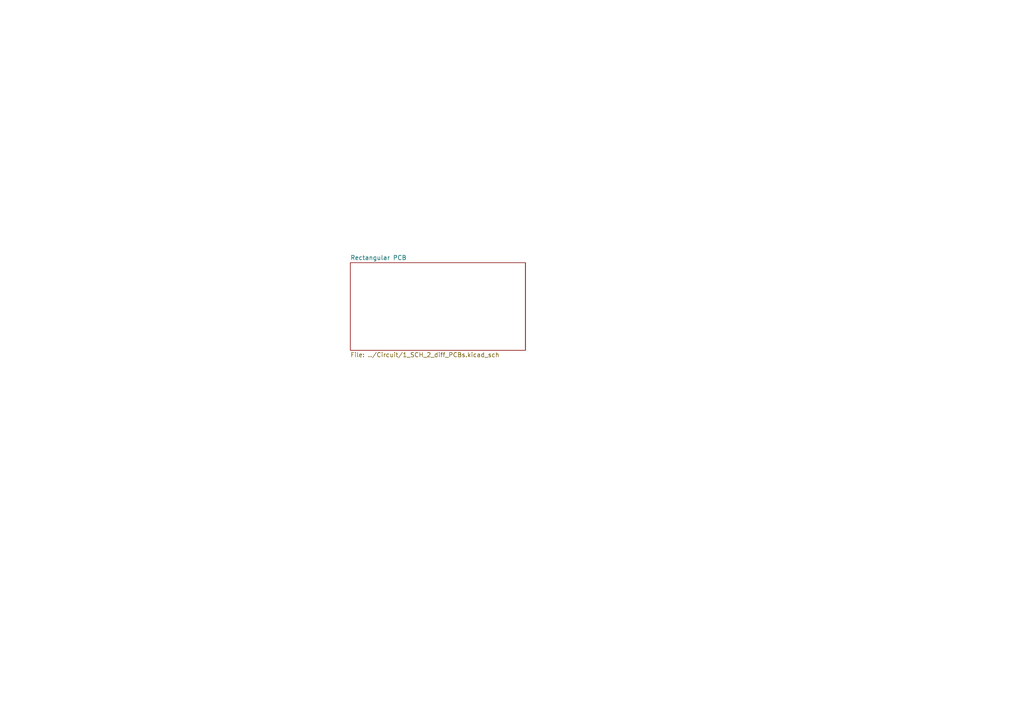
<source format=kicad_sch>
(kicad_sch (version 20211123) (generator eeschema)
  (paper "A4")
  (title_block (title "Rectangular PCB (PCB_2)"))
  (lib_symbols)
  (sheet (at 101.6 76.2) (size 50.8 25.4) (stroke (width 0.1524))
    (property "Sheet name" "Rectangular PCB" (at 101.6 75.4884 0) (effects (justify left bottom)))
    (property "Sheet file" "../Circuit/1_SCH_2_diff_PCBs.kicad_sch" (at 101.6 102.1846 0) (effects (justify left top)))
  )
)
</source>
